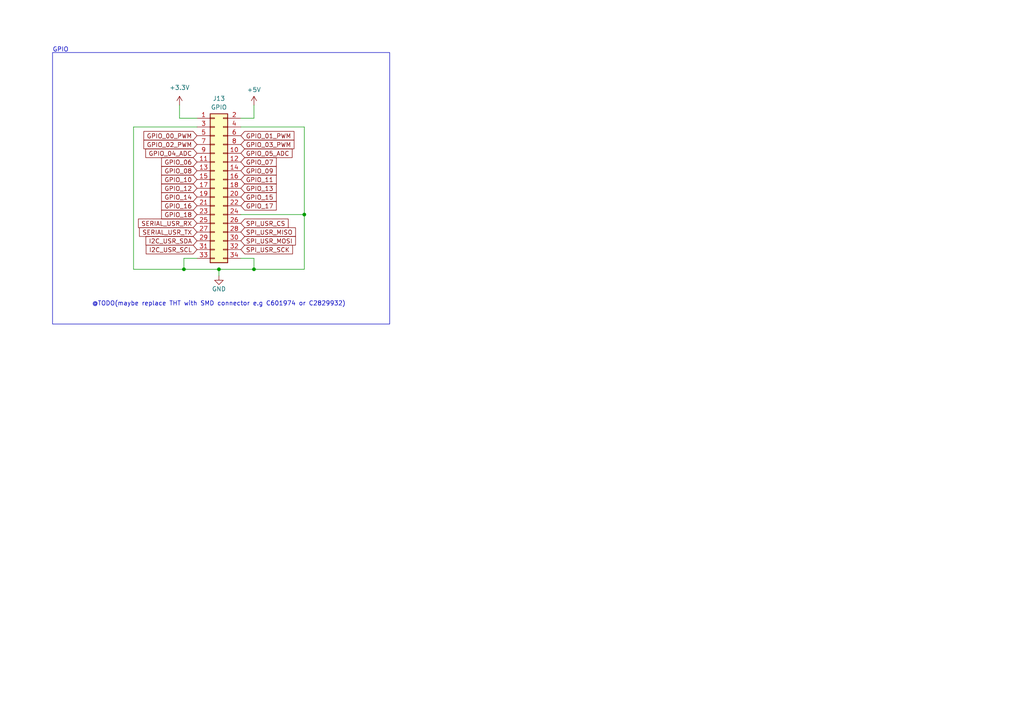
<source format=kicad_sch>
(kicad_sch (version 20231120) (generator "eeschema") (generator_version "8.0")
  (paper "A4")
  (lib_symbols
    (symbol "+5V_1" (power) (pin_names (offset 0))
      (property "Value" "+5V_1" (at 0 3.556 0))
      (symbol "+5V_1_0_1"
        (polyline (pts (xy -0.762 1.27) (xy 0 2.54)))
        (polyline (pts (xy 0 0) (xy 0 2.54)))
        (polyline (pts (xy 0 2.54) (xy 0.762 1.27)))
      )
      (symbol "+5V_1_1_1"
        (pin power_in line (at 0 0 90) (length 0) hide (name "+5V") (number "1"))
      )
    )
    (symbol "Connector_Generic:Conn_02x17_Odd_Even" (pin_names (offset 1.016) hide)
      (property "Reference" "J" (at 1.27 22.86 0))
      (property "Value" "Conn_02x17_Odd_Even" (at 1.27 -22.86 0))
      (symbol "Conn_02x17_Odd_Even_1_1"
        (rectangle (start -1.27 -20.193) (end 0 -20.447) (stroke (width 0.1524)))
        (rectangle (start -1.27 -17.653) (end 0 -17.907) (stroke (width 0.1524)))
        (rectangle (start -1.27 -15.113) (end 0 -15.367) (stroke (width 0.1524)))
        (rectangle (start -1.27 -12.573) (end 0 -12.827) (stroke (width 0.1524)))
        (rectangle (start -1.27 -10.033) (end 0 -10.287) (stroke (width 0.1524)))
        (rectangle (start -1.27 -7.493) (end 0 -7.747) (stroke (width 0.1524)))
        (rectangle (start -1.27 -4.953) (end 0 -5.207) (stroke (width 0.1524)))
        (rectangle (start -1.27 -2.413) (end 0 -2.667) (stroke (width 0.1524)))
        (rectangle (start -1.27 0.127) (end 0 -0.127) (stroke (width 0.1524)))
        (rectangle (start -1.27 2.667) (end 0 2.413) (stroke (width 0.1524)))
        (rectangle (start -1.27 5.207) (end 0 4.953) (stroke (width 0.1524)))
        (rectangle (start -1.27 7.747) (end 0 7.493) (stroke (width 0.1524)))
        (rectangle (start -1.27 10.287) (end 0 10.033) (stroke (width 0.1524)))
        (rectangle (start -1.27 12.827) (end 0 12.573) (stroke (width 0.1524)))
        (rectangle (start -1.27 15.367) (end 0 15.113) (stroke (width 0.1524)))
        (rectangle (start -1.27 17.907) (end 0 17.653) (stroke (width 0.1524)))
        (rectangle (start -1.27 20.447) (end 0 20.193) (stroke (width 0.1524)))
        (rectangle (start -1.27 21.59) (end 3.81 -21.59) (stroke (width 0.254)) (fill (type background)))
        (rectangle (start 3.81 -20.193) (end 2.54 -20.447) (stroke (width 0.1524)))
        (rectangle (start 3.81 -17.653) (end 2.54 -17.907) (stroke (width 0.1524)))
        (rectangle (start 3.81 -15.113) (end 2.54 -15.367) (stroke (width 0.1524)))
        (rectangle (start 3.81 -12.573) (end 2.54 -12.827) (stroke (width 0.1524)))
        (rectangle (start 3.81 -10.033) (end 2.54 -10.287) (stroke (width 0.1524)))
        (rectangle (start 3.81 -7.493) (end 2.54 -7.747) (stroke (width 0.1524)))
        (rectangle (start 3.81 -4.953) (end 2.54 -5.207) (stroke (width 0.1524)))
        (rectangle (start 3.81 -2.413) (end 2.54 -2.667) (stroke (width 0.1524)))
        (rectangle (start 3.81 0.127) (end 2.54 -0.127) (stroke (width 0.1524)))
        (rectangle (start 3.81 2.667) (end 2.54 2.413) (stroke (width 0.1524)))
        (rectangle (start 3.81 5.207) (end 2.54 4.953) (stroke (width 0.1524)))
        (rectangle (start 3.81 7.747) (end 2.54 7.493) (stroke (width 0.1524)))
        (rectangle (start 3.81 10.287) (end 2.54 10.033) (stroke (width 0.1524)))
        (rectangle (start 3.81 12.827) (end 2.54 12.573) (stroke (width 0.1524)))
        (rectangle (start 3.81 15.367) (end 2.54 15.113) (stroke (width 0.1524)))
        (rectangle (start 3.81 17.907) (end 2.54 17.653) (stroke (width 0.1524)))
        (rectangle (start 3.81 20.447) (end 2.54 20.193) (stroke (width 0.1524)))
        (pin passive line (at -5.08 20.32 0) (length 3.81) (name "Pin_1") (number "1"))
        (pin passive line (at 7.62 10.16 180) (length 3.81) (name "Pin_10") (number "10"))
        (pin passive line (at -5.08 7.62 0) (length 3.81) (name "Pin_11") (number "11"))
        (pin passive line (at 7.62 7.62 180) (length 3.81) (name "Pin_12") (number "12"))
        (pin passive line (at -5.08 5.08 0) (length 3.81) (name "Pin_13") (number "13"))
        (pin passive line (at 7.62 5.08 180) (length 3.81) (name "Pin_14") (number "14"))
        (pin passive line (at -5.08 2.54 0) (length 3.81) (name "Pin_15") (number "15"))
        (pin passive line (at 7.62 2.54 180) (length 3.81) (name "Pin_16") (number "16"))
        (pin passive line (at -5.08 0 0) (length 3.81) (name "Pin_17") (number "17"))
        (pin passive line (at 7.62 0 180) (length 3.81) (name "Pin_18") (number "18"))
        (pin passive line (at -5.08 -2.54 0) (length 3.81) (name "Pin_19") (number "19"))
        (pin passive line (at 7.62 20.32 180) (length 3.81) (name "Pin_2") (number "2"))
        (pin passive line (at 7.62 -2.54 180) (length 3.81) (name "Pin_20") (number "20"))
        (pin passive line (at -5.08 -5.08 0) (length 3.81) (name "Pin_21") (number "21"))
        (pin passive line (at 7.62 -5.08 180) (length 3.81) (name "Pin_22") (number "22"))
        (pin passive line (at -5.08 -7.62 0) (length 3.81) (name "Pin_23") (number "23"))
        (pin passive line (at 7.62 -7.62 180) (length 3.81) (name "Pin_24") (number "24"))
        (pin passive line (at -5.08 -10.16 0) (length 3.81) (name "Pin_25") (number "25"))
        (pin passive line (at 7.62 -10.16 180) (length 3.81) (name "Pin_26") (number "26"))
        (pin passive line (at -5.08 -12.7 0) (length 3.81) (name "Pin_27") (number "27"))
        (pin passive line (at 7.62 -12.7 180) (length 3.81) (name "Pin_28") (number "28"))
        (pin passive line (at -5.08 -15.24 0) (length 3.81) (name "Pin_29") (number "29"))
        (pin passive line (at -5.08 17.78 0) (length 3.81) (name "Pin_3") (number "3"))
        (pin passive line (at 7.62 -15.24 180) (length 3.81) (name "Pin_30") (number "30"))
        (pin passive line (at -5.08 -17.78 0) (length 3.81) (name "Pin_31") (number "31"))
        (pin passive line (at 7.62 -17.78 180) (length 3.81) (name "Pin_32") (number "32"))
        (pin passive line (at -5.08 -20.32 0) (length 3.81) (name "Pin_33") (number "33"))
        (pin passive line (at 7.62 -20.32 180) (length 3.81) (name "Pin_34") (number "34"))
        (pin passive line (at 7.62 17.78 180) (length 3.81) (name "Pin_4") (number "4"))
        (pin passive line (at -5.08 15.24 0) (length 3.81) (name "Pin_5") (number "5"))
        (pin passive line (at 7.62 15.24 180) (length 3.81) (name "Pin_6") (number "6"))
        (pin passive line (at -5.08 12.7 0) (length 3.81) (name "Pin_7") (number "7"))
        (pin passive line (at 7.62 12.7 180) (length 3.81) (name "Pin_8") (number "8"))
        (pin passive line (at -5.08 10.16 0) (length 3.81) (name "Pin_9") (number "9"))
      )
    )
    (symbol "power:+3.3V" (power) (pin_names (offset 0))
      (property "Value" "+3.3V" (at 0 3.556 0))
      (symbol "+3.3V_0_1"
        (polyline (pts (xy -0.762 1.27) (xy 0 2.54)))
        (polyline (pts (xy 0 0) (xy 0 2.54)))
        (polyline (pts (xy 0 2.54) (xy 0.762 1.27)))
      )
      (symbol "+3.3V_1_1"
        (pin power_in line (at 0 0 90) (length 0) hide (name "+3.3V") (number "1"))
      )
    )
    (symbol "power:GND" (power) (pin_names (offset 0))
      (property "Value" "GND" (at 0 -3.81 0))
      (symbol "GND_0_1"
        (polyline (pts (xy 0 0) (xy 0 -1.27) (xy 1.27 -1.27) (xy 0 -2.54) (xy -1.27 -1.27) (xy 0 -1.27)))
      )
      (symbol "GND_1_1"
        (pin power_in line (at 0 0 270) (length 0) hide (name "GND") (number "1"))
      )
    )
  )
  (junction (at 63.5 78.105))
  (junction (at 53.34 78.105))
  (junction (at 88.265 62.23))
  (junction (at 73.66 78.105))
  (wire (pts (xy 88.265 78.105) (xy 73.66 78.105)))
  (wire (pts (xy 53.34 78.105) (xy 38.735 78.105)))
  (wire (pts (xy 63.5 78.105) (xy 53.34 78.105)))
  (wire (pts (xy 88.265 62.23) (xy 88.265 78.105)))
  (wire (pts (xy 69.85 74.93) (xy 73.66 74.93)))
  (wire (pts (xy 63.5 78.105) (xy 63.5 80.01)))
  (wire (pts (xy 38.735 36.83) (xy 57.15 36.83)))
  (wire (pts (xy 38.735 36.83) (xy 38.735 78.105)))
  (wire (pts (xy 53.34 74.93) (xy 53.34 78.105)))
  (wire (pts (xy 57.15 74.93) (xy 53.34 74.93)))
  (wire (pts (xy 52.07 34.29) (xy 52.07 30.48)))
  (wire (pts (xy 88.265 36.83) (xy 88.265 62.23)))
  (wire (pts (xy 69.85 62.23) (xy 88.265 62.23)))
  (wire (pts (xy 69.85 34.29) (xy 73.66 34.29)))
  (wire (pts (xy 73.66 30.48) (xy 73.66 34.29)))
  (wire (pts (xy 57.15 34.29) (xy 52.07 34.29)))
  (wire (pts (xy 73.66 74.93) (xy 73.66 78.105)))
  (wire (pts (xy 73.66 78.105) (xy 63.5 78.105)))
  (wire (pts (xy 69.85 36.83) (xy 88.265 36.83)))
  (rectangle (start 15.24 15.24) (end 113.03 93.98))
  (text "@TODO(maybe replace THT with SMD connector e.g C601974 or C2829932)" (at 26.67 88.9 0) (effects (font (size 1.27 1.27)) (justify left bottom)))
  (text "GPIO" (at 15.24 15.24 0) (effects (font (size 1.27 1.27)) (justify left bottom)))
  (global_label "SPI_USR_CS" (shape input) (at 69.85 64.77 0) (property "Intersheetrefs" "${INTERSHEET_REFS}" (effects (hide yes))))
  (global_label "GPIO_06" (shape input) (at 57.15 46.99 180) (property "Intersheetrefs" "${INTERSHEET_REFS}" (effects (hide yes))))
  (global_label "GPIO_12" (shape input) (at 57.15 54.61 180) (property "Intersheetrefs" "${INTERSHEET_REFS}" (effects (hide yes))))
  (global_label "GPIO_07" (shape input) (at 69.85 46.99 0) (property "Intersheetrefs" "${INTERSHEET_REFS}" (effects (hide yes))))
  (global_label "GPIO_03_PWM" (shape input) (at 69.85 41.91 0) (property "Intersheetrefs" "${INTERSHEET_REFS}" (effects (hide yes))))
  (global_label "I2C_USR_SCL" (shape input) (at 57.15 72.39 180) (property "Intersheetrefs" "${INTERSHEET_REFS}" (effects (hide yes))))
  (global_label "SERIAL_USR_RX" (shape input) (at 57.15 64.77 180) (property "Intersheetrefs" "${INTERSHEET_REFS}" (effects (hide yes))))
  (global_label "GPIO_10" (shape input) (at 57.15 52.07 180) (property "Intersheetrefs" "${INTERSHEET_REFS}" (effects (hide yes))))
  (global_label "GPIO_11" (shape input) (at 69.85 52.07 0) (property "Intersheetrefs" "${INTERSHEET_REFS}" (effects (hide yes))))
  (global_label "GPIO_02_PWM" (shape input) (at 57.15 41.91 180) (property "Intersheetrefs" "${INTERSHEET_REFS}" (effects (hide yes))))
  (global_label "GPIO_08" (shape input) (at 57.15 49.53 180) (property "Intersheetrefs" "${INTERSHEET_REFS}" (effects (hide yes))))
  (global_label "GPIO_13" (shape input) (at 69.85 54.61 0) (property "Intersheetrefs" "${INTERSHEET_REFS}" (effects (hide yes))))
  (global_label "GPIO_04_ADC" (shape input) (at 57.15 44.45 180) (property "Intersheetrefs" "${INTERSHEET_REFS}" (effects (hide yes))))
  (global_label "I2C_USR_SDA" (shape input) (at 57.15 69.85 180) (property "Intersheetrefs" "${INTERSHEET_REFS}" (effects (hide yes))))
  (global_label "SERIAL_USR_TX" (shape input) (at 57.15 67.31 180) (property "Intersheetrefs" "${INTERSHEET_REFS}" (effects (hide yes))))
  (global_label "GPIO_00_PWM" (shape input) (at 57.15 39.37 180) (property "Intersheetrefs" "${INTERSHEET_REFS}" (effects (hide yes))))
  (global_label "GPIO_18" (shape input) (at 57.15 62.23 180) (property "Intersheetrefs" "${INTERSHEET_REFS}" (effects (hide yes))))
  (global_label "GPIO_09" (shape input) (at 69.85 49.53 0) (property "Intersheetrefs" "${INTERSHEET_REFS}" (effects (hide yes))))
  (global_label "GPIO_05_ADC" (shape input) (at 69.85 44.45 0) (property "Intersheetrefs" "${INTERSHEET_REFS}" (effects (hide yes))))
  (global_label "GPIO_15" (shape input) (at 69.85 57.15 0) (property "Intersheetrefs" "${INTERSHEET_REFS}" (effects (hide yes))))
  (global_label "SPI_USR_MISO" (shape input) (at 69.85 67.31 0) (property "Intersheetrefs" "${INTERSHEET_REFS}" (effects (hide yes))))
  (global_label "SPI_USR_MOSI" (shape input) (at 69.85 69.85 0) (property "Intersheetrefs" "${INTERSHEET_REFS}" (effects (hide yes))))
  (global_label "GPIO_16" (shape input) (at 57.15 59.69 180) (property "Intersheetrefs" "${INTERSHEET_REFS}" (effects (hide yes))))
  (global_label "SPI_USR_SCK" (shape input) (at 69.85 72.39 0) (property "Intersheetrefs" "${INTERSHEET_REFS}" (effects (hide yes))))
  (global_label "GPIO_14" (shape input) (at 57.15 57.15 180) (property "Intersheetrefs" "${INTERSHEET_REFS}" (effects (hide yes))))
  (global_label "GPIO_01_PWM" (shape input) (at 69.85 39.37 0) (property "Intersheetrefs" "${INTERSHEET_REFS}" (effects (hide yes))))
  (global_label "GPIO_17" (shape input) (at 69.85 59.69 0) (property "Intersheetrefs" "${INTERSHEET_REFS}" (effects (hide yes))))
  (symbol (lib_id "Connector_Generic:Conn_02x17_Odd_Even") (at 62.23 54.61 0) (unit 1)
    (property "Reference" "J13" (at 63.5 28.575 0))
    (property "Value" "GPIO" (at 63.5 31.115 0))
    (property "Footprint" "Connector_IDC:IDC-Header_2x17_P2.54mm_Horizontal" (effects (hide yes)))
    (property "JLCPCB" "C79866" (effects (hide yes)))
  )
  (symbol (lib_id "power:+3.3V") (at 52.07 30.48 0) (unit 1)
    (property "Reference" "#PWR077" (effects (hide yes)))
    (property "Value" "+3.3V" (at 52.07 25.4 0))
  )
  (symbol (lib_id "power:GND") (at 63.5 80.01 0) (unit 1)
    (property "Reference" "#PWR078" (effects (hide yes)))
    (property "Value" "GND" (at 63.5 83.82 0))
  )
  (symbol (lib_name "+5V_1") (lib_id "power:+5V") (at 73.66 30.48 0) (unit 1)
    (property "Reference" "#PWR079" (effects (hide yes)))
    (property "Value" "+5V" (at 73.66 26.035 0))
  )
)
</source>
